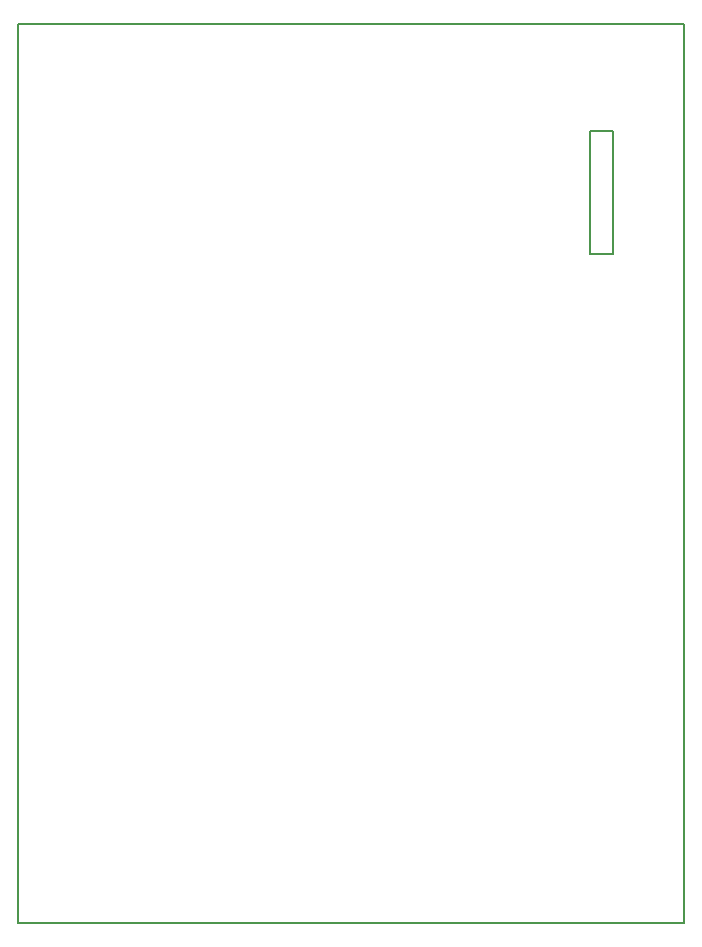
<source format=gbr>
%TF.GenerationSoftware,KiCad,Pcbnew,8.0.1*%
%TF.CreationDate,2024-04-03T20:32:23+03:00*%
%TF.ProjectId,gkos_pebble,676b6f73-5f70-4656-9262-6c652e6b6963,1*%
%TF.SameCoordinates,Original*%
%TF.FileFunction,Profile,NP*%
%FSLAX46Y46*%
G04 Gerber Fmt 4.6, Leading zero omitted, Abs format (unit mm)*
G04 Created by KiCad (PCBNEW 8.0.1) date 2024-04-03 20:32:23*
%MOMM*%
%LPD*%
G01*
G04 APERTURE LIST*
%TA.AperFunction,Profile*%
%ADD10C,0.200000*%
%TD*%
G04 APERTURE END LIST*
D10*
X121000000Y-59225000D02*
X177400000Y-59225000D01*
X177400000Y-135400000D01*
X121000000Y-135400000D01*
X121000000Y-59225000D01*
X169400000Y-68300000D02*
X171400000Y-68300000D01*
X171400000Y-78700000D01*
X169400000Y-78700000D01*
X169400000Y-68300000D01*
M02*

</source>
